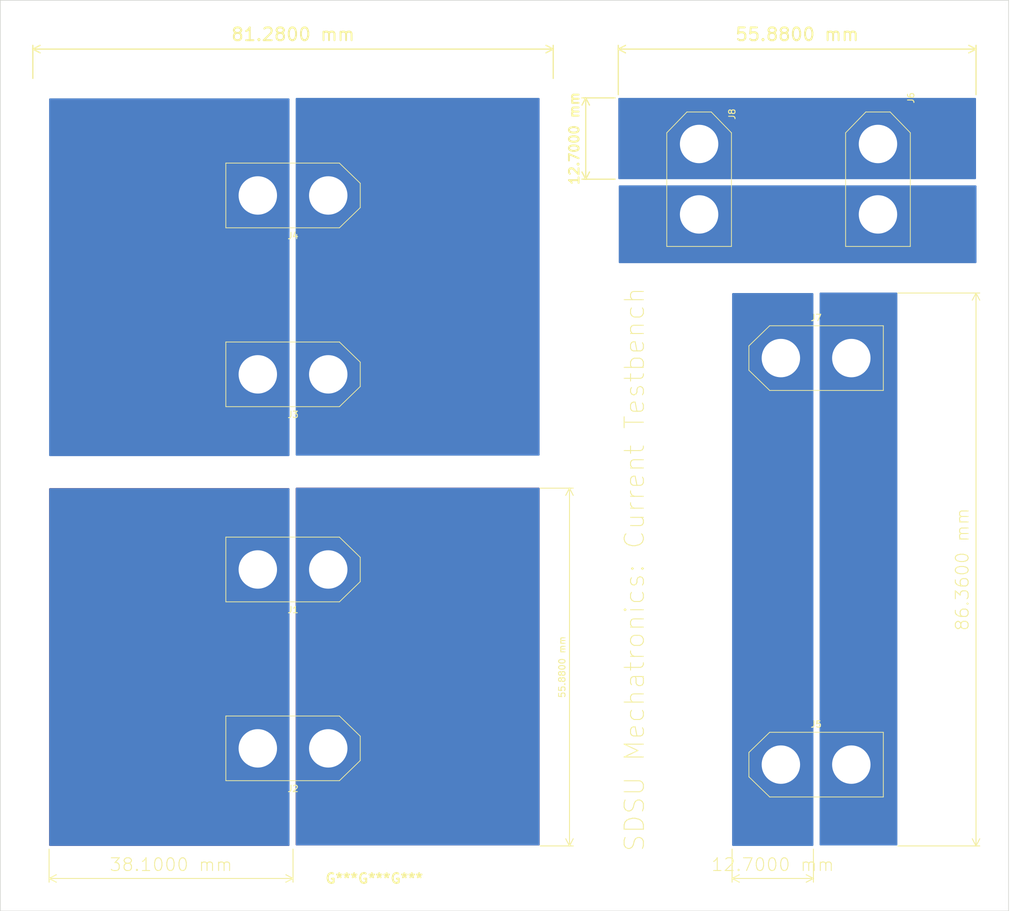
<source format=kicad_pcb>
(kicad_pcb (version 20211014) (generator pcbnew)
  (layers (0 "F.Cu" signal) (31 "B.Cu" signal) (34 "B.Paste" user) (35 "F.Paste" user) (36 "B.SilkS" user "B.Silkscreen") (37 "F.SilkS" user "F.Silkscreen") (38 "B.Mask" user) (39 "F.Mask" user) (44 "Edge.Cuts" user))
  (net 0 "")
  (net 1 "/VIN3")
  (net 2 "/GND3")
  (net 3 "/VIN")
  (net 4 "/GND")
  (net 5 "/VIN2")
  (net 6 "/GND2")
  (net 7 "/VIN4")
  (net 8 "/GND4")
  (footprint "Custom PCB Art:ishiofootprint" (layer "F.Cu") (at 48.26 50.8)
    (fp_text reference "G***" hide)
    (fp_text value "LOGO" hide)
  )
  (footprint "Custom PCB Art:ishiofootprint" (layer "F.Cu") (at 48.26 109.22)
    (fp_text reference "G***" (at 38.1 48.26) (layer "F.SilkS") (effects (font (size 1.524 1.524) (thickness 0.3))))
    (fp_text value "LOGO" hide)
  )
  (footprint "AMASS XT90:AMASS_XT90-M_1x02_P11.00mm_Vertical" (layer "F.Cu") (at 149.86 139.7)
    (fp_text reference "J5" (at 5.5 -6.3) (layer "F.SilkS"))
    (fp_text value "XT90 IN")
    (fp_line (start -1.75 -5.05) (end -5 -1.9) (layer "F.SilkS") (width 0.12))
    (fp_line (start -5 1.9) (end -1.75 5.05) (layer "F.SilkS") (width 0.12))
    (fp_line (start 16 5.05) (end 16 -5.05) (layer "F.SilkS") (width 0.12))
    (fp_line (start -1.75 5.05) (end 16 5.05) (layer "F.SilkS") (width 0.12))
    (fp_line (start 16 -5.05) (end -1.75 -5.05) (layer "F.SilkS") (width 0.12))
    (fp_line (start -5 -1.9) (end -5 1.9) (layer "F.SilkS") (width 0.12))
    (pad "1" thru_hole roundrect locked (at 0 0) (size 7.6 7.6) (drill 6) (layers *.Cu *.Mask) (net 6 "/GND2"))
    (pad "2" thru_hole circle locked (at 11 0) (size 7.6 7.6) (drill 6) (layers *.Cu *.Mask) (net 5 "/VIN2"))
  )
  (footprint "AMASS XT90:AMASS_XT90-M_1x02_P11.00mm_Vertical" (layer "F.Cu") (at 165.025 42.76 -90)
    (fp_text reference "J6" (at -7.2 -5.155 90) (layer "F.SilkS"))
    (fp_text value "XT90 IN")
    (fp_line (start 16 5.05) (end 16 -5.05) (layer "F.SilkS") (width 0.12))
    (fp_line (start -5 -1.9) (end -5 1.9) (layer "F.SilkS") (width 0.12))
    (fp_line (start 16 -5.05) (end -1.75 -5.05) (layer "F.SilkS") (width 0.12))
    (fp_line (start -1.75 5.05) (end 16 5.05) (layer "F.SilkS") (width 0.12))
    (fp_line (start -1.75 -5.05) (end -5 -1.9) (layer "F.SilkS") (width 0.12))
    (fp_line (start -5 1.9) (end -1.75 5.05) (layer "F.SilkS") (width 0.12))
    (pad "1" thru_hole roundrect locked (at 0 0 270) (size 7.6 7.6) (drill 6) (layers *.Cu *.Mask) (net 8 "/GND4"))
    (pad "2" thru_hole circle locked (at 11 0 270) (size 7.6 7.6) (drill 6) (layers *.Cu *.Mask) (net 7 "/VIN4"))
  )
  (footprint "Custom PCB Art:ishiofootprint" (layer "F.Cu") (at 99.06 78.74)
    (fp_text reference "G***" hide)
    (fp_text value "LOGO" hide)
  )
  (footprint "Custom PCB Art:ishiofootprint" (layer "F.Cu") (at 48.26 137.16)
    (fp_text reference "G***" (at 33.02 20.32) (layer "F.SilkS") (effects (font (size 1.524 1.524) (thickness 0.3))))
    (fp_text value "LOGO" hide)
  )
  (footprint "Custom PCB Art:ishiofootprint" (layer "F.Cu") (at 99.06 50.8)
    (fp_text reference "G***" hide)
    (fp_text value "LOGO" hide)
  )
  (footprint "AMASS XT90:AMASS_XT90-M_1x02_P11.00mm_Vertical" (layer "F.Cu") (at 149.86 76.2)
    (fp_text reference "J7" (at 5.5 -6.3) (layer "F.SilkS"))
    (fp_text value "XT90 Out")
    (fp_line (start -1.75 5.05) (end 16 5.05) (layer "F.SilkS") (width 0.12))
    (fp_line (start -5 1.9) (end -1.75 5.05) (layer "F.SilkS") (width 0.12))
    (fp_line (start 16 5.05) (end 16 -5.05) (layer "F.SilkS") (width 0.12))
    (fp_line (start -1.75 -5.05) (end -5 -1.9) (layer "F.SilkS") (width 0.12))
    (fp_line (start -5 -1.9) (end -5 1.9) (layer "F.SilkS") (width 0.12))
    (fp_line (start 16 -5.05) (end -1.75 -5.05) (layer "F.SilkS") (width 0.12))
    (pad "1" thru_hole roundrect locked (at 0 0) (size 7.6 7.6) (drill 6) (layers *.Cu *.Mask) (net 6 "/GND2"))
    (pad "2" thru_hole circle locked (at 11 0) (size 7.6 7.6) (drill 6) (layers *.Cu *.Mask) (net 5 "/VIN2"))
  )
  (footprint "Custom PCB Art:ishiofootprint" (layer "F.Cu") (at 99.06 137.16)
    (fp_text reference "G***" hide)
    (fp_text value "LOGO" hide)
  )
  (footprint "AMASS XT90:AMASS_XT90-M_1x02_P11.00mm_Vertical" (layer "F.Cu") (at 79.16 78.74 180)
    (fp_text reference "J3" (at 5.5 -6.3) (layer "F.SilkS"))
    (fp_text value "XT90 IN")
    (fp_line (start -1.75 -5.05) (end -5 -1.9) (layer "F.SilkS") (width 0.12))
    (fp_line (start -5 1.9) (end -1.75 5.05) (layer "F.SilkS") (width 0.12))
    (fp_line (start 16 -5.05) (end -1.75 -5.05) (layer "F.SilkS") (width 0.12))
    (fp_line (start -1.75 5.05) (end 16 5.05) (layer "F.SilkS") (width 0.12))
    (fp_line (start 16 5.05) (end 16 -5.05) (layer "F.SilkS") (width 0.12))
    (fp_line (start -5 -1.9) (end -5 1.9) (layer "F.SilkS") (width 0.12))
    (pad "1" thru_hole roundrect locked (at 0 0 180) (size 7.6 7.6) (drill 6) (layers *.Cu *.Mask) (net 2 "/GND3"))
    (pad "2" thru_hole circle locked (at 11 0 180) (size 7.6 7.6) (drill 6) (layers *.Cu *.Mask) (net 1 "/VIN3"))
  )
  (footprint "AMASS XT90:AMASS_XT90-M_1x02_P11.00mm_Vertical" (layer "F.Cu") (at 137.085 42.76 -90)
    (fp_text reference "J8" (at -4.66 -5.155 90) (layer "F.SilkS"))
    (fp_text value "XT90 Out")
    (fp_line (start -5 -1.9) (end -5 1.9) (layer "F.SilkS") (width 0.12))
    (fp_line (start -5 1.9) (end -1.75 5.05) (layer "F.SilkS") (width 0.12))
    (fp_line (start -1.75 5.05) (end 16 5.05) (layer "F.SilkS") (width 0.12))
    (fp_line (start 16 5.05) (end 16 -5.05) (layer "F.SilkS") (width 0.12))
    (fp_line (start 16 -5.05) (end -1.75 -5.05) (layer "F.SilkS") (width 0.12))
    (fp_line (start -1.75 -5.05) (end -5 -1.9) (layer "F.SilkS") (width 0.12))
    (pad "1" thru_hole roundrect locked (at 0 0 270) (size 7.6 7.6) (drill 6) (layers *.Cu *.Mask) (net 8 "/GND4"))
    (pad "2" thru_hole circle locked (at 11 0 270) (size 7.6 7.6) (drill 6) (layers *.Cu *.Mask) (net 7 "/VIN4"))
  )
  (footprint "AMASS XT90:AMASS_XT90-M_1x02_P11.00mm_Vertical" (layer "F.Cu") (at 79.16 109.22 180)
    (fp_text reference "J1" (at 5.5 -6.3) (layer "F.SilkS"))
    (fp_text value "XT90 IN")
    (fp_line (start -1.75 -5.05) (end -5 -1.9) (layer "F.SilkS") (width 0.12))
    (fp_line (start -1.75 5.05) (end 16 5.05) (layer "F.SilkS") (width 0.12))
    (fp_line (start 16 5.05) (end 16 -5.05) (layer "F.SilkS") (width 0.12))
    (fp_line (start -5 -1.9) (end -5 1.9) (layer "F.SilkS") (width 0.12))
    (fp_line (start -5 1.9) (end -1.75 5.05) (layer "F.SilkS") (width 0.12))
    (fp_line (start 16 -5.05) (end -1.75 -5.05) (layer "F.SilkS") (width 0.12))
    (pad "1" thru_hole roundrect locked (at 0 0 180) (size 7.6 7.6) (drill 6) (layers *.Cu *.Mask) (net 4 "/GND"))
    (pad "2" thru_hole circle locked (at 11 0 180) (size 7.6 7.6) (drill 6) (layers *.Cu *.Mask) (net 3 "/VIN"))
  )
  (footprint "AMASS XT90:AMASS_XT90-M_1x02_P11.00mm_Vertical" (layer "F.Cu") (at 79.16 137.16 180)
    (fp_text reference "J2" (at 5.5 -6.3) (layer "F.SilkS"))
    (fp_text value "XT90 Out")
    (fp_line (start -5 -1.9) (end -5 1.9) (layer "F.SilkS") (width 0.12))
    (fp_line (start 16 5.05) (end 16 -5.05) (layer "F.SilkS") (width 0.12))
    (fp_line (start 16 -5.05) (end -1.75 -5.05) (layer "F.SilkS") (width 0.12))
    (fp_line (start -1.75 5.05) (end 16 5.05) (layer "F.SilkS") (width 0.12))
    (fp_line (start -5 1.9) (end -1.75 5.05) (layer "F.SilkS") (width 0.12))
    (fp_line (start -1.75 -5.05) (end -5 -1.9) (layer "F.SilkS") (width 0.12))
    (pad "1" thru_hole roundrect locked (at 0 0 180) (size 7.6 7.6) (drill 6) (layers *.Cu *.Mask) (net 4 "/GND"))
    (pad "2" thru_hole circle locked (at 11 0 180) (size 7.6 7.6) (drill 6) (layers *.Cu *.Mask) (net 3 "/VIN"))
  )
  (footprint "AMASS XT90:AMASS_XT90-M_1x02_P11.00mm_Vertical" (layer "F.Cu") (at 79.16 50.8 180)
    (fp_text reference "J4" (at 5.5 -6.3) (layer "F.SilkS"))
    (fp_text value "XT90 Out")
    (fp_line (start 16 5.05) (end 16 -5.05) (layer "F.SilkS") (width 0.12))
    (fp_line (start -5 1.9) (end -1.75 5.05) (layer "F.SilkS") (width 0.12))
    (fp_line (start 16 -5.05) (end -1.75 -5.05) (layer "F.SilkS") (width 0.12))
    (fp_line (start -1.75 -5.05) (end -5 -1.9) (layer "F.SilkS") (width 0.12))
    (fp_line (start -5 -1.9) (end -5 1.9) (layer "F.SilkS") (width 0.12))
    (fp_line (start -1.75 5.05) (end 16 5.05) (layer "F.SilkS") (width 0.12))
    (pad "1" thru_hole roundrect locked (at 0 0 180) (size 7.6 7.6) (drill 6) (layers *.Cu *.Mask) (net 2 "/GND3"))
    (pad "2" thru_hole circle locked (at 11 0 180) (size 7.6 7.6) (drill 6) (layers *.Cu *.Mask) (net 1 "/VIN3"))
  )
  (footprint "Custom PCB Art:ishiofootprint" (layer "F.Cu") (at 99.06 109.22)
    (fp_text reference "G***" (at -7.62 48.26) (layer "F.SilkS") (effects (font (size 1.524 1.524) (thickness 0.3))))
    (fp_text value "LOGO" hide)
  )
  (footprint "Custom PCB Art:ishiofootprint" (layer "F.Cu") (at 48.26 78.74)
    (fp_text reference "G***" hide)
    (fp_text value "LOGO" hide)
  )
  (gr_line (start 185.42 162.56) (end 185.42 20.32) (layer "Edge.Cuts") (width 0.1))
  (gr_line (start 27.94 20.32) (end 27.94 162.56) (layer "Edge.Cuts") (width 0.1))
  (gr_line (start 185.42 20.32) (end 27.94 20.32) (layer "Edge.Cuts") (width 0.1))
  (gr_line (start 27.94 162.56) (end 185.42 162.56) (layer "Edge.Cuts") (width 0.1))
  (gr_text "SDSU Mechatronics: Current Testbench" (at 127 109.22 90) (layer "F.SilkS") (effects (font (size 3 3))))
  (dimension (type aligned) (layer "F.SilkS") (pts (xy 142.24 152.4) (xy 154.94 152.4)) (height 5.08) (gr_text "12.7000 mm" (at 148.59 155.33) (layer "F.SilkS") (effects (font (size 2 2) (thickness 0.15)))) (format (units 3) (units_format 1) (precision 4)) (style (thickness 0.15) (arrow_length 1.27) (text_position_mode 0) (extension_height 0.58642) (extension_offset 0.5) keep_text_aligned))
  (dimension (type aligned) (layer "F.SilkS") (pts (xy 124.46 35.56) (xy 180.34 35.56)) (height -7.62) (gr_text "55.8800 mm" (at 152.4 25.64) (layer "F.SilkS") (effects (font (size 2 2) (thickness 0.3)))) (format (units 3) (units_format 1) (precision 4)) (style (thickness 0.2) (arrow_length 1.27) (text_position_mode 0) (extension_height 0.58642) (extension_offset 0.5) keep_text_aligned))
  (dimension (type aligned) (layer "F.SilkS") (pts (xy 35.56 152.4) (xy 73.66 152.4)) (height 5.079999) (gr_text "38.1000 mm" (at 54.61 155.329999) (layer "F.SilkS") (effects (font (size 2 2) (thickness 0.15)))) (format (units 3) (units_format 1) (precision 4)) (style (thickness 0.15) (arrow_length 1.27) (text_position_mode 0) (extension_height 0.58642) (extension_offset 0.5) keep_text_aligned))
  (dimension (type aligned) (layer "F.SilkS") (pts (xy 111.76 96.52) (xy 111.76 152.4)) (height -5.08) (gr_text "55.8800 mm" (at 115.69 124.46 90) (layer "F.SilkS") (effects (font (size 1 1) (thickness 0.15)))) (format (units 3) (units_format 1) (precision 4)) (style (thickness 0.15) (arrow_length 1.27) (text_position_mode 0) (extension_height 0.58642) (extension_offset 0.5) keep_text_aligned))
  (dimension (type aligned) (layer "F.SilkS") (pts (xy 124.46 35.56) (xy 124.46 48.26)) (height 5.079999) (gr_text "12.7000 mm" (at 117.580001 41.91 90) (layer "F.SilkS") (effects (font (size 1.5 1.5) (thickness 0.3)))) (format (units 3) (units_format 1) (precision 4)) (style (thickness 0.2) (arrow_length 1.27) (text_position_mode 0) (extension_height 0.58642) (extension_offset 0.5) keep_text_aligned))
  (dimension (type aligned) (layer "F.SilkS") (pts (xy 167.64 66.04) (xy 167.64 152.4)) (height -12.7) (gr_text "86.3600 mm" (at 178.19 109.22 90) (layer "F.SilkS") (effects (font (size 2 2) (thickness 0.15)))) (format (units 3) (units_format 1) (precision 4)) (style (thickness 0.15) (arrow_length 1.27) (text_position_mode 0) (extension_height 0.58642) (extension_offset 0.5) keep_text_aligned))
  (dimension (type aligned) (layer "F.SilkS") (pts (xy 33.02 33.02) (xy 114.3 33.02)) (height -5.08) (gr_text "81.2800 mm" (at 73.66 25.64) (layer "F.SilkS") (effects (font (size 2 2) (thickness 0.3)))) (format (units 3) (units_format 1) (precision 4)) (style (thickness 0.2) (arrow_length 1.27) (text_position_mode 0) (extension_height 0.58642) (extension_offset 0.5) keep_text_aligned))
  (zone (net 3) (net_name "/VIN") (layers F&B.Cu) (connect_pads yes (clearance 0.508)) (min_thickness 0.254) (fill yes (thermal_gap 0.508) (thermal_bridge_width 0.508))
    (polygon (pts (xy 35.56 152.4) (xy 35.56 96.52) (xy 73.11 96.52) (xy 73.11 152.4)))
  )
  (zone (net 4) (net_name "/GND") (layers F&B.Cu) (connect_pads yes (clearance 0.508)) (min_thickness 0.254) (fill yes (thermal_gap 0.508) (thermal_bridge_width 0.508))
    (polygon (pts (xy 74.075 152.325) (xy 74.075 96.445) (xy 112.175 96.445) (xy 112.175 152.325)))
  )
  (zone (net 2) (net_name "/GND3") (layer "B.Cu") (connect_pads yes (clearance 0.508)) (min_thickness 0.254) (fill yes (thermal_gap 0.508) (thermal_bridge_width 0.508))
    (polygon (pts (xy 74.075 91.44) (xy 74.075 35.56) (xy 112.175 35.56) (xy 112.175 91.44)))
  )
  (zone (net 1) (net_name "/VIN3") (layer "B.Cu") (connect_pads yes (clearance 0.508)) (min_thickness 0.254) (fill yes (thermal_gap 0.508) (thermal_bridge_width 0.508))
    (polygon (pts (xy 35.56 91.515) (xy 35.56 35.635) (xy 73.11 35.635) (xy 73.11 91.515)))
  )
  (zone (net 5) (net_name "/VIN2") (layer "B.Cu") (connect_pads yes (clearance 0.508)) (min_thickness 0.254) (fill yes (thermal_gap 0.508) (thermal_bridge_width 0.508))
    (polygon (pts (xy 168.055 65.965) (xy 168.055 152.325) (xy 155.905 152.325) (xy 155.905 65.965)))
  )
  (zone (net 6) (net_name "/GND2") (layer "B.Cu") (connect_pads yes (clearance 0.508)) (min_thickness 0.254) (fill yes (thermal_gap 0.508) (thermal_bridge_width 0.508))
    (polygon (pts (xy 154.94 66.04) (xy 154.94 152.4) (xy 142.24 152.4) (xy 142.24 66.04)))
  )
  (zone (net 8) (net_name "/GND4") (layer "B.Cu") (connect_pads yes (clearance 0.508)) (min_thickness 0.254) (fill yes (thermal_gap 0.508) (thermal_bridge_width 0.508))
    (polygon (pts (xy 180.34 48.26) (xy 124.46 48.26) (xy 124.46 35.56) (xy 180.34 35.56)))
  )
  (zone (net 7) (net_name "/VIN4") (layer "B.Cu") (connect_pads yes (clearance 0.508)) (min_thickness 0.254) (fill yes (thermal_gap 0.508) (thermal_bridge_width 0.508))
    (polygon (pts (xy 180.415 61.375) (xy 124.535 61.375) (xy 124.535 49.225) (xy 180.415 49.225)))
  )
)
</source>
